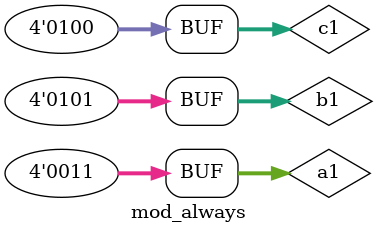
<source format=v>
`timescale 1ns / 1ps
module mod_initial();
 reg [3:0]a,b,c;
 initial begin
 $monitor("Time=%d a=%d b=%d c=%d",$time,a,b,c);
 a=0;#2
 b=a+1;
 c=b+1;a=b+c;
 #3c=a+1;b=c+1;
 end
 endmodule
 
 module mod_always();
 reg [3:0]a1,b1,c1;
 always begin
 $monitor("Time=%d a1=%d b1=%d c1=%d",$time,a1,b1,c1);
 a1=0;#2
 b1=a1+1;
 c1=b1+1;a1=b1+c1;
 #3c1=a1+1;b1=c1+1;
 end
endmodule

</source>
